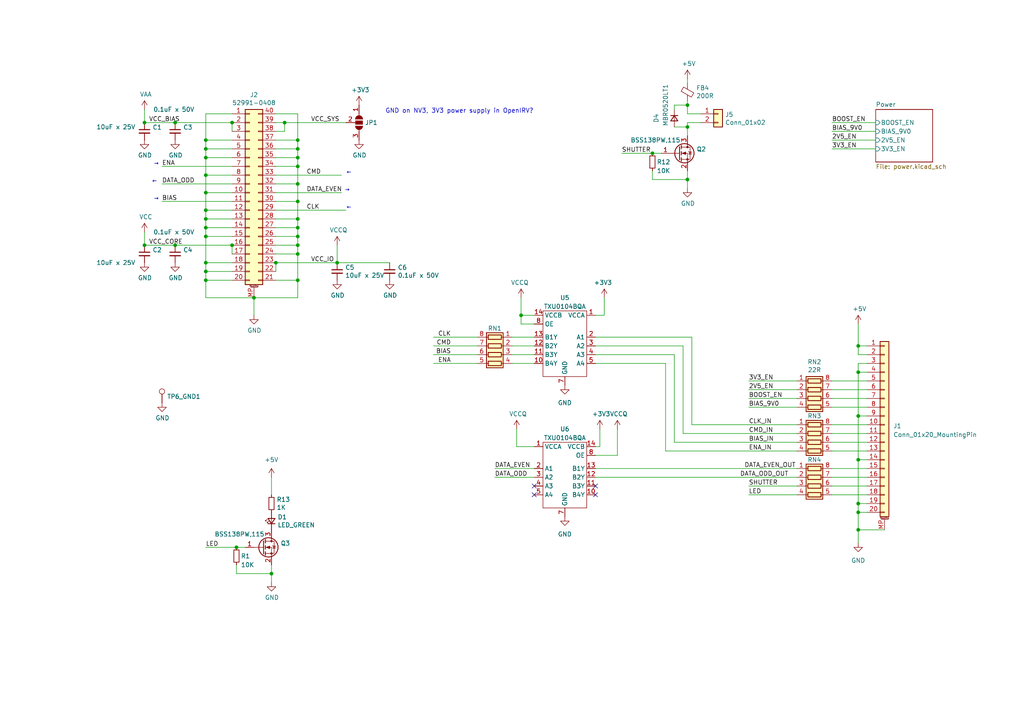
<source format=kicad_sch>
(kicad_sch (version 20211123) (generator eeschema)
  (paper "A4")
  (title_block (title "Autoliv NV3 / ISC0901B0 breakout") (date "2021-04-19") (rev "rev2") (company "R. Veips"))
  (lib_symbols
    (symbol "Connector:TestPoint" (pin_numbers hide) (pin_names (offset 0.762) hide)
      (property "Reference" "TP" (at 0 6.858 0))
      (property "Value" "TestPoint" (at 0 5.08 0))
      (symbol "TestPoint_0_1"
        (circle (center 0 3.302) (radius 0.762))
      )
      (symbol "TestPoint_1_1"
        (pin passive line (at 0 0 90) (length 2.54) (name "1") (number "1"))
      )
    )
    (symbol "Connector_Generic:Conn_01x02" (pin_names (offset 1.016) hide)
      (property "Reference" "J" (at 0 2.54 0))
      (property "Value" "Conn_01x02" (at 0 -5.08 0))
      (symbol "Conn_01x02_1_1"
        (rectangle (start -1.27 -2.413) (end 0 -2.667) (stroke (width 0.1524)))
        (rectangle (start -1.27 0.127) (end 0 -0.127) (stroke (width 0.1524)))
        (rectangle (start -1.27 1.27) (end 1.27 -3.81) (stroke (width 0.254)) (fill (type background)))
        (pin passive line (at -5.08 0 0) (length 3.81) (name "Pin_1") (number "1"))
        (pin passive line (at -5.08 -2.54 0) (length 3.81) (name "Pin_2") (number "2"))
      )
    )
    (symbol "Connector_Generic_MountingPin:Conn_01x20_MountingPin" (pin_names (offset 1.016) hide)
      (property "Reference" "J" (at 0 25.4 0))
      (property "Value" "Conn_01x20_MountingPin" (at 1.27 -27.94 0))
      (symbol "Conn_01x20_MountingPin_1_1"
        (rectangle (start -1.27 -25.273) (end 0 -25.527) (stroke (width 0.1524)))
        (rectangle (start -1.27 -22.733) (end 0 -22.987) (stroke (width 0.1524)))
        (rectangle (start -1.27 -20.193) (end 0 -20.447) (stroke (width 0.1524)))
        (rectangle (start -1.27 -17.653) (end 0 -17.907) (stroke (width 0.1524)))
        (rectangle (start -1.27 -15.113) (end 0 -15.367) (stroke (width 0.1524)))
        (rectangle (start -1.27 -12.573) (end 0 -12.827) (stroke (width 0.1524)))
        (rectangle (start -1.27 -10.033) (end 0 -10.287) (stroke (width 0.1524)))
        (rectangle (start -1.27 -7.493) (end 0 -7.747) (stroke (width 0.1524)))
        (rectangle (start -1.27 -4.953) (end 0 -5.207) (stroke (width 0.1524)))
        (rectangle (start -1.27 -2.413) (end 0 -2.667) (stroke (width 0.1524)))
        (rectangle (start -1.27 0.127) (end 0 -0.127) (stroke (width 0.1524)))
        (rectangle (start -1.27 2.667) (end 0 2.413) (stroke (width 0.1524)))
        (rectangle (start -1.27 5.207) (end 0 4.953) (stroke (width 0.1524)))
        (rectangle (start -1.27 7.747) (end 0 7.493) (stroke (width 0.1524)))
        (rectangle (start -1.27 10.287) (end 0 10.033) (stroke (width 0.1524)))
        (rectangle (start -1.27 12.827) (end 0 12.573) (stroke (width 0.1524)))
        (rectangle (start -1.27 15.367) (end 0 15.113) (stroke (width 0.1524)))
        (rectangle (start -1.27 17.907) (end 0 17.653) (stroke (width 0.1524)))
        (rectangle (start -1.27 20.447) (end 0 20.193) (stroke (width 0.1524)))
        (rectangle (start -1.27 22.987) (end 0 22.733) (stroke (width 0.1524)))
        (rectangle (start -1.27 24.13) (end 1.27 -26.67) (stroke (width 0.254)) (fill (type background)))
        (polyline (pts (xy -1.016 -27.432) (xy 1.016 -27.432)) (stroke (width 0.1524)))
        (text "Mounting" (at 0 -27.051 0) (effects (font (size 0.381 0.381))))
        (pin passive line (at -5.08 22.86 0) (length 3.81) (name "Pin_1") (number "1"))
        (pin passive line (at -5.08 0 0) (length 3.81) (name "Pin_10") (number "10"))
        (pin passive line (at -5.08 -2.54 0) (length 3.81) (name "Pin_11") (number "11"))
        (pin passive line (at -5.08 -5.08 0) (length 3.81) (name "Pin_12") (number "12"))
        (pin passive line (at -5.08 -7.62 0) (length 3.81) (name "Pin_13") (number "13"))
        (pin passive line (at -5.08 -10.16 0) (length 3.81) (name "Pin_14") (number "14"))
        (pin passive line (at -5.08 -12.7 0) (length 3.81) (name "Pin_15") (number "15"))
        (pin passive line (at -5.08 -15.24 0) (length 3.81) (name "Pin_16") (number "16"))
        (pin passive line (at -5.08 -17.78 0) (length 3.81) (name "Pin_17") (number "17"))
        (pin passive line (at -5.08 -20.32 0) (length 3.81) (name "Pin_18") (number "18"))
        (pin passive line (at -5.08 -22.86 0) (length 3.81) (name "Pin_19") (number "19"))
        (pin passive line (at -5.08 20.32 0) (length 3.81) (name "Pin_2") (number "2"))
        (pin passive line (at -5.08 -25.4 0) (length 3.81) (name "Pin_20") (number "20"))
        (pin passive line (at -5.08 17.78 0) (length 3.81) (name "Pin_3") (number "3"))
        (pin passive line (at -5.08 15.24 0) (length 3.81) (name "Pin_4") (number "4"))
        (pin passive line (at -5.08 12.7 0) (length 3.81) (name "Pin_5") (number "5"))
        (pin passive line (at -5.08 10.16 0) (length 3.81) (name "Pin_6") (number "6"))
        (pin passive line (at -5.08 7.62 0) (length 3.81) (name "Pin_7") (number "7"))
        (pin passive line (at -5.08 5.08 0) (length 3.81) (name "Pin_8") (number "8"))
        (pin passive line (at -5.08 2.54 0) (length 3.81) (name "Pin_9") (number "9"))
        (pin passive line (at 0 -30.48 90) (length 3.048) (name "MountPin") (number "MP"))
      )
    )
    (symbol "Connector_Generic_MountingPin:Conn_02x20_Counter_Clockwise_MountingPin" (pin_names (offset 1.016) hide)
      (property "Reference" "J" (at 1.27 25.4 0))
      (property "Value" "Conn_02x20_Counter_Clockwise_MountingPin" (at 2.54 -27.94 0))
      (symbol "Conn_02x20_Counter_Clockwise_MountingPin_1_1"
        (rectangle (start -1.27 -25.273) (end 0 -25.527) (stroke (width 0.1524)))
        (rectangle (start -1.27 -22.733) (end 0 -22.987) (stroke (width 0.1524)))
        (rectangle (start -1.27 -20.193) (end 0 -20.447) (stroke (width 0.1524)))
        (rectangle (start -1.27 -17.653) (end 0 -17.907) (stroke (width 0.1524)))
        (rectangle (start -1.27 -15.113) (end 0 -15.367) (stroke (width 0.1524)))
        (rectangle (start -1.27 -12.573) (end 0 -12.827) (stroke (width 0.1524)))
        (rectangle (start -1.27 -10.033) (end 0 -10.287) (stroke (width 0.1524)))
        (rectangle (start -1.27 -7.493) (end 0 -7.747) (stroke (width 0.1524)))
        (rectangle (start -1.27 -4.953) (end 0 -5.207) (stroke (width 0.1524)))
        (rectangle (start -1.27 -2.413) (end 0 -2.667) (stroke (width 0.1524)))
        (rectangle (start -1.27 0.127) (end 0 -0.127) (stroke (width 0.1524)))
        (rectangle (start -1.27 2.667) (end 0 2.413) (stroke (width 0.1524)))
        (rectangle (start -1.27 5.207) (end 0 4.953) (stroke (width 0.1524)))
        (rectangle (start -1.27 7.747) (end 0 7.493) (stroke (width 0.1524)))
        (rectangle (start -1.27 10.287) (end 0 10.033) (stroke (width 0.1524)))
        (rectangle (start -1.27 12.827) (end 0 12.573) (stroke (width 0.1524)))
        (rectangle (start -1.27 15.367) (end 0 15.113) (stroke (width 0.1524)))
        (rectangle (start -1.27 17.907) (end 0 17.653) (stroke (width 0.1524)))
        (rectangle (start -1.27 20.447) (end 0 20.193) (stroke (width 0.1524)))
        (rectangle (start -1.27 22.987) (end 0 22.733) (stroke (width 0.1524)))
        (rectangle (start -1.27 24.13) (end 3.81 -26.67) (stroke (width 0.254)) (fill (type background)))
        (polyline (pts (xy 0.254 -27.432) (xy 2.286 -27.432)) (stroke (width 0.1524)))
        (rectangle (start 3.81 -25.273) (end 2.54 -25.527) (stroke (width 0.1524)))
        (rectangle (start 3.81 -22.733) (end 2.54 -22.987) (stroke (width 0.1524)))
        (rectangle (start 3.81 -20.193) (end 2.54 -20.447) (stroke (width 0.1524)))
        (rectangle (start 3.81 -17.653) (end 2.54 -17.907) (stroke (width 0.1524)))
        (rectangle (start 3.81 -15.113) (end 2.54 -15.367) (stroke (width 0.1524)))
        (rectangle (start 3.81 -12.573) (end 2.54 -12.827) (stroke (width 0.1524)))
        (rectangle (start 3.81 -10.033) (end 2.54 -10.287) (stroke (width 0.1524)))
        (rectangle (start 3.81 -7.493) (end 2.54 -7.747) (stroke (width 0.1524)))
        (rectangle (start 3.81 -4.953) (end 2.54 -5.207) (stroke (width 0.1524)))
        (rectangle (start 3.81 -2.413) (end 2.54 -2.667) (stroke (width 0.1524)))
        (rectangle (start 3.81 0.127) (end 2.54 -0.127) (stroke (width 0.1524)))
        (rectangle (start 3.81 2.667) (end 2.54 2.413) (stroke (width 0.1524)))
        (rectangle (start 3.81 5.207) (end 2.54 4.953) (stroke (width 0.1524)))
        (rectangle (start 3.81 7.747) (end 2.54 7.493) (stroke (width 0.1524)))
        (rectangle (start 3.81 10.287) (end 2.54 10.033) (stroke (width 0.1524)))
        (rectangle (start 3.81 12.827) (end 2.54 12.573) (stroke (width 0.1524)))
        (rectangle (start 3.81 15.367) (end 2.54 15.113) (stroke (width 0.1524)))
        (rectangle (start 3.81 17.907) (end 2.54 17.653) (stroke (width 0.1524)))
        (rectangle (start 3.81 20.447) (end 2.54 20.193) (stroke (width 0.1524)))
        (rectangle (start 3.81 22.987) (end 2.54 22.733) (stroke (width 0.1524)))
        (text "Mounting" (at 1.27 -27.051 0) (effects (font (size 0.381 0.381))))
        (pin passive line (at -5.08 22.86 0) (length 3.81) (name "Pin_1") (number "1"))
        (pin passive line (at -5.08 0 0) (length 3.81) (name "Pin_10") (number "10"))
        (pin passive line (at -5.08 -2.54 0) (length 3.81) (name "Pin_11") (number "11"))
        (pin passive line (at -5.08 -5.08 0) (length 3.81) (name "Pin_12") (number "12"))
        (pin passive line (at -5.08 -7.62 0) (length 3.81) (name "Pin_13") (number "13"))
        (pin passive line (at -5.08 -10.16 0) (length 3.81) (name "Pin_14") (number "14"))
        (pin passive line (at -5.08 -12.7 0) (length 3.81) (name "Pin_15") (number "15"))
        (pin passive line (at -5.08 -15.24 0) (length 3.81) (name "Pin_16") (number "16"))
        (pin passive line (at -5.08 -17.78 0) (length 3.81) (name "Pin_17") (number "17"))
        (pin passive line (at -5.08 -20.32 0) (length 3.81) (name "Pin_18") (number "18"))
        (pin passive line (at -5.08 -22.86 0) (length 3.81) (name "Pin_19") (number "19"))
        (pin passive line (at -5.08 20.32 0) (length 3.81) (name "Pin_2") (number "2"))
        (pin passive line (at -5.08 -25.4 0) (length 3.81) (name "Pin_20") (number "20"))
        (pin passive line (at 7.62 -25.4 180) (length 3.81) (name "Pin_21") (number "21"))
        (pin passive line (at 7.62 -22.86 180) (length 3.81) (name "Pin_22") (number "22"))
        (pin passive line (at 7.62 -20.32 180) (length 3.81) (name "Pin_23") (number "23"))
        (pin passive line (at 7.62 -17.78 180) (length 3.81) (name "Pin_24") (number "24"))
        (pin passive line (at 7.62 -15.24 180) (length 3.81) (name "Pin_25") (number "25"))
        (pin passive line (at 7.62 -12.7 180) (length 3.81) (name "Pin_26") (number "26"))
        (pin passive line (at 7.62 -10.16 180) (length 3.81) (name "Pin_27") (number "27"))
        (pin passive line (at 7.62 -7.62 180) (length 3.81) (name "Pin_28") (number "28"))
        (pin passive line (at 7.62 -5.08 180) (length 3.81) (name "Pin_29") (number "29"))
        (pin passive line (at -5.08 17.78 0) (length 3.81) (name "Pin_3") (number "3"))
        (pin passive line (at 7.62 -2.54 180) (length 3.81) (name "Pin_30") (number "30"))
        (pin passive line (at 7.62 0 180) (length 3.81) (name "Pin_31") (number "31"))
        (pin passive line (at 7.62 2.54 180) (length 3.81) (name "Pin_32") (number "32"))
        (pin passive line (at 7.62 5.08 180) (length 3.81) (name "Pin_33") (number "33"))
        (pin passive line (at 7.62 7.62 180) (length 3.81) (name "Pin_34") (number "34"))
        (pin passive line (at 7.62 10.16 180) (length 3.81) (name "Pin_35") (number "35"))
        (pin passive line (at 7.62 12.7 180) (length 3.81) (name "Pin_36") (number "36"))
        (pin passive line (at 7.62 15.24 180) (length 3.81) (name "Pin_37") (number "37"))
        (pin passive line (at 7.62 17.78 180) (length 3.81) (name "Pin_38") (number "38"))
        (pin passive line (at 7.62 20.32 180) (length 3.81) (name "Pin_39") (number "39"))
        (pin passive line (at -5.08 15.24 0) (length 3.81) (name "Pin_4") (number "4"))
        (pin passive line (at 7.62 22.86 180) (length 3.81) (name "Pin_40") (number "40"))
        (pin passive line (at -5.08 12.7 0) (length 3.81) (name "Pin_5") (number "5"))
        (pin passive line (at -5.08 10.16 0) (length 3.81) (name "Pin_6") (number "6"))
        (pin passive line (at -5.08 7.62 0) (length 3.81) (name "Pin_7") (number "7"))
        (pin passive line (at -5.08 5.08 0) (length 3.81) (name "Pin_8") (number "8"))
        (pin passive line (at -5.08 2.54 0) (length 3.81) (name "Pin_9") (number "9"))
        (pin passive line (at 1.27 -30.48 90) (length 3.048) (name "MountPin") (number "MP"))
      )
    )
    (symbol "Device:C_Small" (pin_numbers hide) (pin_names (offset 0.254) hide)
      (property "Reference" "C" (at 0.254 1.778 0))
      (property "Value" "C_Small" (at 0.254 -2.032 0))
      (symbol "C_Small_0_1"
        (polyline (pts (xy -1.524 -0.508) (xy 1.524 -0.508)) (stroke (width 0.3302)))
        (polyline (pts (xy -1.524 0.508) (xy 1.524 0.508)) (stroke (width 0.3048)))
      )
      (symbol "C_Small_1_1"
        (pin passive line (at 0 2.54 270) (length 2.032) (name "~") (number "1"))
        (pin passive line (at 0 -2.54 90) (length 2.032) (name "~") (number "2"))
      )
    )
    (symbol "Device:D_Small" (pin_numbers hide) (pin_names (offset 0.254) hide)
      (property "Reference" "D" (at -1.27 2.032 0))
      (property "Value" "D_Small" (at -3.81 -2.032 0))
      (symbol "D_Small_0_1"
        (polyline (pts (xy -0.762 -1.016) (xy -0.762 1.016)) (stroke (width 0.254)))
        (polyline (pts (xy -0.762 0) (xy 0.762 0)))
        (polyline (pts (xy 0.762 -1.016) (xy -0.762 0) (xy 0.762 1.016) (xy 0.762 -1.016)) (stroke (width 0.254)))
      )
      (symbol "D_Small_1_1"
        (pin passive line (at -2.54 0 0) (length 1.778) (name "K") (number "1"))
        (pin passive line (at 2.54 0 180) (length 1.778) (name "A") (number "2"))
      )
    )
    (symbol "Device:Ferrite_Bead_Small" (pin_numbers hide) (pin_names (offset 0))
      (property "Reference" "FB" (at 1.905 1.27 0))
      (property "Value" "Device_Ferrite_Bead_Small" (at 1.905 -1.27 0))
      (symbol "Ferrite_Bead_Small_0_1"
        (polyline (pts (xy 0 -1.27) (xy 0 -0.7874)))
        (polyline (pts (xy 0 0.889) (xy 0 1.2954)))
        (polyline (pts (xy -1.8288 0.2794) (xy -1.1176 1.4986) (xy 1.8288 -0.2032) (xy 1.1176 -1.4224) (xy -1.8288 0.2794)))
      )
      (symbol "Ferrite_Bead_Small_1_1"
        (pin passive line (at 0 2.54 270) (length 1.27) (name "~") (number "1"))
        (pin passive line (at 0 -2.54 90) (length 1.27) (name "~") (number "2"))
      )
    )
    (symbol "Device:LED_Small" (pin_numbers hide) (pin_names (offset 0.254) hide)
      (property "Reference" "D" (at -1.27 3.175 0))
      (property "Value" "LED_Small" (at -4.445 -2.54 0))
      (symbol "LED_Small_0_1"
        (polyline (pts (xy -0.762 -1.016) (xy -0.762 1.016)) (stroke (width 0.254)))
        (polyline (pts (xy 1.016 0) (xy -0.762 0)))
        (polyline (pts (xy 0.762 -1.016) (xy -0.762 0) (xy 0.762 1.016) (xy 0.762 -1.016)) (stroke (width 0.254)))
        (polyline (pts (xy 0 0.762) (xy -0.508 1.27) (xy -0.254 1.27) (xy -0.508 1.27) (xy -0.508 1.016)))
        (polyline (pts (xy 0.508 1.27) (xy 0 1.778) (xy 0.254 1.778) (xy 0 1.778) (xy 0 1.524)))
      )
      (symbol "LED_Small_1_1"
        (pin passive line (at -2.54 0 0) (length 1.778) (name "K") (number "1"))
        (pin passive line (at 2.54 0 180) (length 1.778) (name "A") (number "2"))
      )
    )
    (symbol "Device:Q_NMOS_GSD" (pin_names (offset 0) hide)
      (property "Reference" "Q" (at 5.08 1.27 0))
      (property "Value" "Q_NMOS_GSD" (at 5.08 -1.27 0))
      (symbol "Q_NMOS_GSD_0_1"
        (polyline (pts (xy 0.254 0) (xy -2.54 0)))
        (polyline (pts (xy 0.254 1.905) (xy 0.254 -1.905)) (stroke (width 0.254)))
        (polyline (pts (xy 0.762 -1.27) (xy 0.762 -2.286)) (stroke (width 0.254)))
        (polyline (pts (xy 0.762 0.508) (xy 0.762 -0.508)) (stroke (width 0.254)))
        (polyline (pts (xy 0.762 2.286) (xy 0.762 1.27)) (stroke (width 0.254)))
        (polyline (pts (xy 2.54 2.54) (xy 2.54 1.778)))
        (polyline (pts (xy 2.54 -2.54) (xy 2.54 0) (xy 0.762 0)))
        (polyline (pts (xy 0.762 -1.778) (xy 3.302 -1.778) (xy 3.302 1.778) (xy 0.762 1.778)))
        (polyline (pts (xy 1.016 0) (xy 2.032 0.381) (xy 2.032 -0.381) (xy 1.016 0)) (fill (type outline)))
        (polyline (pts (xy 2.794 0.508) (xy 2.921 0.381) (xy 3.683 0.381) (xy 3.81 0.254)))
        (polyline (pts (xy 3.302 0.381) (xy 2.921 -0.254) (xy 3.683 -0.254) (xy 3.302 0.381)))
        (circle (center 1.651 0) (radius 2.794) (stroke (width 0.254)))
        (circle (center 2.54 -1.778) (radius 0.254) (fill (type outline)))
        (circle (center 2.54 1.778) (radius 0.254) (fill (type outline)))
      )
      (symbol "Q_NMOS_GSD_1_1"
        (pin input line (at -5.08 0 0) (length 2.54) (name "G") (number "1"))
        (pin passive line (at 2.54 -5.08 90) (length 2.54) (name "S") (number "2"))
        (pin passive line (at 2.54 5.08 270) (length 2.54) (name "D") (number "3"))
      )
    )
    (symbol "Device:R_Pack04" (pin_names (offset 0) hide)
      (property "Reference" "RN" (at -7.62 0 90))
      (property "Value" "R_Pack04" (at 5.08 0 90))
      (symbol "R_Pack04_0_1"
        (rectangle (start -6.35 -2.413) (end 3.81 2.413) (stroke (width 0.254)) (fill (type background)))
        (rectangle (start -5.715 1.905) (end -4.445 -1.905) (stroke (width 0.254)))
        (rectangle (start -3.175 1.905) (end -1.905 -1.905) (stroke (width 0.254)))
        (rectangle (start -0.635 1.905) (end 0.635 -1.905) (stroke (width 0.254)))
        (polyline (pts (xy -5.08 -2.54) (xy -5.08 -1.905)))
        (polyline (pts (xy -5.08 1.905) (xy -5.08 2.54)))
        (polyline (pts (xy -2.54 -2.54) (xy -2.54 -1.905)))
        (polyline (pts (xy -2.54 1.905) (xy -2.54 2.54)))
        (polyline (pts (xy 0 -2.54) (xy 0 -1.905)))
        (polyline (pts (xy 0 1.905) (xy 0 2.54)))
        (polyline (pts (xy 2.54 -2.54) (xy 2.54 -1.905)))
        (polyline (pts (xy 2.54 1.905) (xy 2.54 2.54)))
        (rectangle (start 1.905 1.905) (end 3.175 -1.905) (stroke (width 0.254)))
      )
      (symbol "R_Pack04_1_1"
        (pin passive line (at -5.08 -5.08 90) (length 2.54) (name "R1.1") (number "1"))
        (pin passive line (at -2.54 -5.08 90) (length 2.54) (name "R2.1") (number "2"))
        (pin passive line (at 0 -5.08 90) (length 2.54) (name "R3.1") (number "3"))
        (pin passive line (at 2.54 -5.08 90) (length 2.54) (name "R4.1") (number "4"))
        (pin passive line (at 2.54 5.08 270) (length 2.54) (name "R4.2") (number "5"))
        (pin passive line (at 0 5.08 270) (length 2.54) (name "R3.2") (number "6"))
        (pin passive line (at -2.54 5.08 270) (length 2.54) (name "R2.2") (number "7"))
        (pin passive line (at -5.08 5.08 270) (length 2.54) (name "R1.2") (number "8"))
      )
    )
    (symbol "Device:R_Small" (pin_numbers hide) (pin_names (offset 0.254) hide)
      (property "Reference" "R" (at 0.762 0.508 0))
      (property "Value" "R_Small" (at 0.762 -1.016 0))
      (symbol "R_Small_0_1"
        (rectangle (start -0.762 1.778) (end 0.762 -1.778) (stroke (width 0.2032)))
      )
      (symbol "R_Small_1_1"
        (pin passive line (at 0 2.54 270) (length 0.762) (name "~") (number "1"))
        (pin passive line (at 0 -2.54 90) (length 0.762) (name "~") (number "2"))
      )
    )
    (symbol "Jumper:SolderJumper_3_Open" (pin_names (offset 0) hide)
      (property "Reference" "JP" (at -2.54 -2.54 0))
      (property "Value" "SolderJumper_3_Open" (at 0 2.794 0))
      (symbol "SolderJumper_3_Open_0_1"
        (arc (start -1.016 1.016) (mid -2.032 0) (end -1.016 -1.016))
        (arc (start -1.016 1.016) (mid -2.032 0) (end -1.016 -1.016) (fill (type outline)))
        (rectangle (start -0.508 1.016) (end 0.508 -1.016) (fill (type outline)))
        (polyline (pts (xy -2.54 0) (xy -2.032 0)))
        (polyline (pts (xy -1.016 1.016) (xy -1.016 -1.016)))
        (polyline (pts (xy 0 -1.27) (xy 0 -1.016)))
        (polyline (pts (xy 1.016 1.016) (xy 1.016 -1.016)))
        (polyline (pts (xy 2.54 0) (xy 2.032 0)))
        (arc (start 1.016 -1.016) (mid 2.032 0) (end 1.016 1.016))
        (arc (start 1.016 -1.016) (mid 2.032 0) (end 1.016 1.016) (fill (type outline)))
      )
      (symbol "SolderJumper_3_Open_1_1"
        (pin passive line (at -5.08 0 0) (length 2.54) (name "A") (number "1"))
        (pin input line (at 0 -3.81 90) (length 2.54) (name "C") (number "2"))
        (pin passive line (at 5.08 0 180) (length 2.54) (name "B") (number "3"))
      )
    )
    (symbol "power:+3V3" (power) (pin_names (offset 0))
      (property "Value" "+3V3" (at 0 3.556 0))
      (symbol "+3V3_0_1"
        (polyline (pts (xy -0.762 1.27) (xy 0 2.54)))
        (polyline (pts (xy 0 0) (xy 0 2.54)))
        (polyline (pts (xy 0 2.54) (xy 0.762 1.27)))
      )
      (symbol "+3V3_1_1"
        (pin power_in line (at 0 0 90) (length 0) hide (name "+3V3") (number "1"))
      )
    )
    (symbol "power:+5V" (power) (pin_names (offset 0))
      (property "Value" "+5V" (at 0 3.556 0))
      (symbol "+5V_0_1"
        (polyline (pts (xy -0.762 1.27) (xy 0 2.54)))
        (polyline (pts (xy 0 0) (xy 0 2.54)))
        (polyline (pts (xy 0 2.54) (xy 0.762 1.27)))
      )
      (symbol "+5V_1_1"
        (pin power_in line (at 0 0 90) (length 0) hide (name "+5V") (number "1"))
      )
    )
    (symbol "power:GND" (power) (pin_names (offset 0))
      (property "Value" "GND" (at 0 -3.81 0))
      (symbol "GND_0_1"
        (polyline (pts (xy 0 0) (xy 0 -1.27) (xy 1.27 -1.27) (xy 0 -2.54) (xy -1.27 -1.27) (xy 0 -1.27)))
      )
      (symbol "GND_1_1"
        (pin power_in line (at 0 0 270) (length 0) hide (name "GND") (number "1"))
      )
    )
    (symbol "power:VAA" (power) (pin_names (offset 0))
      (property "Value" "VAA" (at 0 3.81 0))
      (symbol "VAA_0_1"
        (polyline (pts (xy -0.762 1.27) (xy 0 2.54)))
        (polyline (pts (xy 0 0) (xy 0 2.54)))
        (polyline (pts (xy 0 2.54) (xy 0.762 1.27)))
      )
      (symbol "VAA_1_1"
        (pin power_in line (at 0 0 90) (length 0) hide (name "VAA") (number "1"))
      )
    )
    (symbol "power:VCC" (power) (pin_names (offset 0))
      (property "Value" "VCC" (at 0 3.81 0))
      (symbol "VCC_0_1"
        (polyline (pts (xy -0.762 1.27) (xy 0 2.54)))
        (polyline (pts (xy 0 0) (xy 0 2.54)))
        (polyline (pts (xy 0 2.54) (xy 0.762 1.27)))
      )
      (symbol "VCC_1_1"
        (pin power_in line (at 0 0 90) (length 0) hide (name "VCC") (number "1"))
      )
    )
    (symbol "power:VCCQ" (power) (pin_names (offset 0))
      (property "Value" "VCCQ" (at 0 3.81 0))
      (symbol "VCCQ_0_1"
        (polyline (pts (xy -0.762 1.27) (xy 0 2.54)))
        (polyline (pts (xy 0 0) (xy 0 2.54)))
        (polyline (pts (xy 0 2.54) (xy 0.762 1.27)))
      )
      (symbol "VCCQ_1_1"
        (pin power_in line (at 0 0 90) (length 0) hide (name "VCCQ") (number "1"))
      )
    )
    (symbol "txu0104:TXU0104BQA"
      (property "Reference" "U" (at 0 11.43 0))
      (property "Value" "TXU0104BQA" (at 0 8.89 0))
      (property "MPN" "TXU0104BQAR" (at 0 0 0))
      (property "Manufacturer" "TI" (at 0 0 0))
      (symbol "TXU0104BQA_0_1"
        (rectangle (start -6.35 7.62) (end 6.35 -11.43))
      )
      (symbol "TXU0104BQA_1_1"
        (pin power_in line (at -8.89 6.35 0) (length 2.54) (name "VCCA") (number "1"))
        (pin output line (at 8.89 -7.62 180) (length 2.54) (name "B4Y") (number "10"))
        (pin output line (at 8.89 -5.08 180) (length 2.54) (name "B3Y") (number "11"))
        (pin output line (at 8.89 -2.54 180) (length 2.54) (name "B2Y") (number "12"))
        (pin output line (at 8.89 0 180) (length 2.54) (name "B1Y") (number "13"))
        (pin power_in line (at 8.89 6.35 180) (length 2.54) (name "VCCB") (number "14"))
        (pin input line (at -8.89 0 0) (length 2.54) (name "A1") (number "2"))
        (pin input line (at -8.89 -2.54 0) (length 2.54) (name "A2") (number "3"))
        (pin input line (at -8.89 -5.08 0) (length 2.54) (name "A3") (number "4"))
        (pin input line (at -8.89 -7.62 0) (length 2.54) (name "A4") (number "5"))
        (pin power_in line (at 0 -13.97 90) (length 2.54) (name "GND") (number "7"))
        (pin input line (at 8.89 3.81 180) (length 2.54) (name "OE") (number "8"))
      )
    )
  )
  (junction (at 59.69 78.74))
  (junction (at 248.92 153.67))
  (junction (at 199.39 52.07))
  (junction (at 59.69 66.04))
  (junction (at 86.36 66.04))
  (junction (at 82.55 35.56))
  (junction (at 248.92 148.59))
  (junction (at 248.92 146.05))
  (junction (at 86.36 58.42))
  (junction (at 59.69 40.64))
  (junction (at 86.36 68.58))
  (junction (at 151.13 91.44))
  (junction (at 86.36 63.5))
  (junction (at 86.36 73.66))
  (junction (at 248.92 133.35))
  (junction (at 248.92 100.33))
  (junction (at 67.31 35.56))
  (junction (at 59.69 43.18))
  (junction (at 59.69 76.2))
  (junction (at 67.31 71.12))
  (junction (at 41.91 71.12))
  (junction (at 86.36 40.64))
  (junction (at 59.69 45.72))
  (junction (at 59.69 81.28))
  (junction (at 59.69 60.96))
  (junction (at 78.74 166.37))
  (junction (at 97.79 76.2))
  (junction (at 59.69 50.8))
  (junction (at 59.69 68.58))
  (junction (at 248.92 107.95))
  (junction (at 50.8 35.56))
  (junction (at 86.36 43.18))
  (junction (at 59.69 55.88))
  (junction (at 86.36 48.26))
  (junction (at 199.39 30.48))
  (junction (at 189.23 44.45))
  (junction (at 86.36 71.12))
  (junction (at 41.91 35.56))
  (junction (at 59.69 63.5))
  (junction (at 73.66 86.36))
  (junction (at 86.36 45.72))
  (junction (at 86.36 81.28))
  (junction (at 50.8 71.12))
  (junction (at 68.58 158.75))
  (junction (at 80.01 76.2))
  (junction (at 248.92 120.65))
  (junction (at 199.39 36.83))
  (junction (at 86.36 53.34))
  (no_connect (at 154.94 143.51))
  (no_connect (at 154.94 140.97))
  (no_connect (at 172.72 143.51))
  (no_connect (at 172.72 140.97))
  (wire (pts (xy 191.77 44.45) (xy 189.23 44.45)))
  (wire (pts (xy 80.01 50.8) (xy 99.06 50.8)))
  (wire (pts (xy 78.74 166.37) (xy 78.74 168.91)))
  (wire (pts (xy 82.55 38.1) (xy 82.55 35.56)))
  (wire (pts (xy 241.3 123.19) (xy 251.46 123.19)))
  (wire (pts (xy 172.72 97.79) (xy 200.66 97.79)))
  (wire (pts (xy 67.31 63.5) (xy 59.69 63.5)))
  (wire (pts (xy 80.01 81.28) (xy 86.36 81.28)))
  (wire (pts (xy 59.69 43.18) (xy 67.31 43.18)))
  (wire (pts (xy 68.58 158.75) (xy 59.69 158.75)))
  (wire (pts (xy 172.72 129.54) (xy 173.99 129.54)))
  (wire (pts (xy 59.69 43.18) (xy 59.69 45.72)))
  (wire (pts (xy 80.01 48.26) (xy 86.36 48.26)))
  (wire (pts (xy 80.01 43.18) (xy 86.36 43.18)))
  (wire (pts (xy 199.39 49.53) (xy 199.39 52.07)))
  (wire (pts (xy 86.36 73.66) (xy 86.36 81.28)))
  (wire (pts (xy 248.92 148.59) (xy 251.46 148.59)))
  (wire (pts (xy 59.69 78.74) (xy 59.69 81.28)))
  (wire (pts (xy 217.17 115.57) (xy 231.14 115.57)))
  (wire (pts (xy 86.36 43.18) (xy 86.36 45.72)))
  (wire (pts (xy 241.3 118.11) (xy 251.46 118.11)))
  (wire (pts (xy 199.39 36.83) (xy 199.39 39.37)))
  (wire (pts (xy 149.86 124.46) (xy 149.86 129.54)))
  (wire (pts (xy 241.3 35.56) (xy 254 35.56)))
  (wire (pts (xy 59.69 76.2) (xy 59.69 78.74)))
  (wire (pts (xy 59.69 50.8) (xy 59.69 55.88)))
  (wire (pts (xy 67.31 53.34) (xy 46.99 53.34)))
  (wire (pts (xy 199.39 24.13) (xy 199.39 22.86)))
  (wire (pts (xy 198.12 125.73) (xy 231.14 125.73)))
  (wire (pts (xy 199.39 30.48) (xy 199.39 29.21)))
  (wire (pts (xy 73.66 86.36) (xy 73.66 91.44)))
  (wire (pts (xy 67.31 48.26) (xy 46.99 48.26)))
  (wire (pts (xy 241.3 38.1) (xy 254 38.1)))
  (wire (pts (xy 217.17 140.97) (xy 231.14 140.97)))
  (wire (pts (xy 195.58 31.75) (xy 195.58 30.48)))
  (wire (pts (xy 154.94 97.79) (xy 148.59 97.79)))
  (wire (pts (xy 251.46 105.41) (xy 248.92 105.41)))
  (wire (pts (xy 86.36 71.12) (xy 86.36 73.66)))
  (wire (pts (xy 59.69 60.96) (xy 59.69 63.5)))
  (wire (pts (xy 80.01 63.5) (xy 86.36 63.5)))
  (wire (pts (xy 248.92 107.95) (xy 251.46 107.95)))
  (wire (pts (xy 248.92 133.35) (xy 248.92 146.05)))
  (wire (pts (xy 41.91 71.12) (xy 50.8 71.12)))
  (wire (pts (xy 86.36 66.04) (xy 86.36 68.58)))
  (wire (pts (xy 172.72 135.89) (xy 231.14 135.89)))
  (wire (pts (xy 80.01 35.56) (xy 82.55 35.56)))
  (wire (pts (xy 241.3 110.49) (xy 251.46 110.49)))
  (wire (pts (xy 80.01 60.96) (xy 100.33 60.96)))
  (wire (pts (xy 179.07 124.46) (xy 179.07 132.08)))
  (wire (pts (xy 80.01 45.72) (xy 86.36 45.72)))
  (wire (pts (xy 67.31 68.58) (xy 59.69 68.58)))
  (wire (pts (xy 248.92 120.65) (xy 248.92 133.35)))
  (wire (pts (xy 175.26 86.36) (xy 175.26 91.44)))
  (wire (pts (xy 80.01 53.34) (xy 86.36 53.34)))
  (wire (pts (xy 78.74 138.43) (xy 78.74 143.51)))
  (wire (pts (xy 59.69 55.88) (xy 59.69 60.96)))
  (wire (pts (xy 241.3 130.81) (xy 251.46 130.81)))
  (wire (pts (xy 80.01 55.88) (xy 99.06 55.88)))
  (wire (pts (xy 41.91 71.12) (xy 41.91 67.31)))
  (wire (pts (xy 59.69 63.5) (xy 59.69 66.04)))
  (wire (pts (xy 241.3 43.18) (xy 254 43.18)))
  (wire (pts (xy 86.36 86.36) (xy 73.66 86.36)))
  (wire (pts (xy 200.66 97.79) (xy 200.66 123.19)))
  (wire (pts (xy 248.92 146.05) (xy 248.92 148.59)))
  (wire (pts (xy 67.31 81.28) (xy 59.69 81.28)))
  (wire (pts (xy 86.36 81.28) (xy 86.36 86.36)))
  (wire (pts (xy 154.94 102.87) (xy 148.59 102.87)))
  (wire (pts (xy 189.23 49.53) (xy 189.23 52.07)))
  (wire (pts (xy 59.69 45.72) (xy 59.69 50.8)))
  (wire (pts (xy 193.04 130.81) (xy 193.04 105.41)))
  (wire (pts (xy 241.3 40.64) (xy 254 40.64)))
  (wire (pts (xy 151.13 93.98) (xy 151.13 91.44)))
  (wire (pts (xy 251.46 100.33) (xy 248.92 100.33)))
  (wire (pts (xy 59.69 40.64) (xy 59.69 43.18)))
  (wire (pts (xy 248.92 148.59) (xy 248.92 153.67)))
  (wire (pts (xy 97.79 76.2) (xy 97.79 71.12)))
  (wire (pts (xy 241.3 128.27) (xy 251.46 128.27)))
  (wire (pts (xy 50.8 71.12) (xy 67.31 71.12)))
  (wire (pts (xy 67.31 50.8) (xy 59.69 50.8)))
  (wire (pts (xy 200.66 123.19) (xy 231.14 123.19)))
  (wire (pts (xy 175.26 91.44) (xy 172.72 91.44)))
  (wire (pts (xy 68.58 166.37) (xy 78.74 166.37)))
  (wire (pts (xy 68.58 163.83) (xy 68.58 166.37)))
  (wire (pts (xy 59.69 66.04) (xy 67.31 66.04)))
  (wire (pts (xy 41.91 35.56) (xy 41.91 31.75)))
  (wire (pts (xy 195.58 36.83) (xy 199.39 36.83)))
  (wire (pts (xy 248.92 120.65) (xy 251.46 120.65)))
  (wire (pts (xy 172.72 102.87) (xy 195.58 102.87)))
  (wire (pts (xy 80.01 73.66) (xy 86.36 73.66)))
  (wire (pts (xy 67.31 60.96) (xy 59.69 60.96)))
  (wire (pts (xy 199.39 35.56) (xy 203.2 35.56)))
  (wire (pts (xy 241.3 135.89) (xy 251.46 135.89)))
  (wire (pts (xy 154.94 100.33) (xy 148.59 100.33)))
  (wire (pts (xy 248.92 153.67) (xy 256.54 153.67)))
  (wire (pts (xy 143.51 138.43) (xy 154.94 138.43)))
  (wire (pts (xy 198.12 125.73) (xy 198.12 100.33)))
  (wire (pts (xy 86.36 58.42) (xy 86.36 63.5)))
  (wire (pts (xy 203.2 33.02) (xy 199.39 33.02)))
  (wire (pts (xy 248.92 105.41) (xy 248.92 107.95)))
  (wire (pts (xy 59.69 33.02) (xy 59.69 40.64)))
  (wire (pts (xy 80.01 78.74) (xy 80.01 76.2)))
  (wire (pts (xy 251.46 102.87) (xy 248.92 102.87)))
  (wire (pts (xy 248.92 102.87) (xy 248.92 100.33)))
  (wire (pts (xy 86.36 48.26) (xy 86.36 53.34)))
  (wire (pts (xy 154.94 129.54) (xy 149.86 129.54)))
  (wire (pts (xy 217.17 143.51) (xy 231.14 143.51)))
  (wire (pts (xy 67.31 76.2) (xy 59.69 76.2)))
  (wire (pts (xy 173.99 124.46) (xy 173.99 129.54)))
  (wire (pts (xy 86.36 33.02) (xy 86.36 40.64)))
  (wire (pts (xy 86.36 53.34) (xy 86.36 58.42)))
  (wire (pts (xy 217.17 118.11) (xy 231.14 118.11)))
  (wire (pts (xy 86.36 45.72) (xy 86.36 48.26)))
  (wire (pts (xy 67.31 40.64) (xy 59.69 40.64)))
  (wire (pts (xy 80.01 68.58) (xy 86.36 68.58)))
  (wire (pts (xy 59.69 86.36) (xy 73.66 86.36)))
  (wire (pts (xy 172.72 138.43) (xy 231.14 138.43)))
  (wire (pts (xy 217.17 113.03) (xy 231.14 113.03)))
  (wire (pts (xy 138.43 102.87) (xy 125.73 102.87)))
  (wire (pts (xy 86.36 68.58) (xy 86.36 71.12)))
  (wire (pts (xy 138.43 100.33) (xy 125.73 100.33)))
  (wire (pts (xy 154.94 91.44) (xy 151.13 91.44)))
  (wire (pts (xy 67.31 45.72) (xy 59.69 45.72)))
  (wire (pts (xy 41.91 35.56) (xy 50.8 35.56)))
  (wire (pts (xy 248.92 93.98) (xy 248.92 100.33)))
  (wire (pts (xy 193.04 105.41) (xy 172.72 105.41)))
  (wire (pts (xy 67.31 78.74) (xy 59.69 78.74)))
  (wire (pts (xy 199.39 35.56) (xy 199.39 36.83)))
  (wire (pts (xy 241.3 125.73) (xy 251.46 125.73)))
  (wire (pts (xy 80.01 58.42) (xy 86.36 58.42)))
  (wire (pts (xy 248.92 133.35) (xy 251.46 133.35)))
  (wire (pts (xy 80.01 66.04) (xy 86.36 66.04)))
  (wire (pts (xy 67.31 73.66) (xy 67.31 71.12)))
  (wire (pts (xy 67.31 38.1) (xy 67.31 35.56)))
  (wire (pts (xy 59.69 68.58) (xy 59.69 76.2)))
  (wire (pts (xy 67.31 58.42) (xy 46.99 58.42)))
  (wire (pts (xy 241.3 140.97) (xy 251.46 140.97)))
  (wire (pts (xy 189.23 44.45) (xy 180.34 44.45)))
  (wire (pts (xy 138.43 97.79) (xy 125.73 97.79)))
  (wire (pts (xy 59.69 66.04) (xy 59.69 68.58)))
  (wire (pts (xy 67.31 33.02) (xy 59.69 33.02)))
  (wire (pts (xy 86.36 63.5) (xy 86.36 66.04)))
  (wire (pts (xy 67.31 55.88) (xy 59.69 55.88)))
  (wire (pts (xy 78.74 163.83) (xy 78.74 166.37)))
  (wire (pts (xy 248.92 107.95) (xy 248.92 120.65)))
  (wire (pts (xy 189.23 52.07) (xy 199.39 52.07)))
  (wire (pts (xy 59.69 81.28) (xy 59.69 86.36)))
  (wire (pts (xy 248.92 153.67) (xy 248.92 157.48)))
  (wire (pts (xy 199.39 33.02) (xy 199.39 30.48)))
  (wire (pts (xy 248.92 146.05) (xy 251.46 146.05)))
  (wire (pts (xy 80.01 76.2) (xy 97.79 76.2)))
  (wire (pts (xy 82.55 35.56) (xy 100.33 35.56)))
  (wire (pts (xy 80.01 40.64) (xy 86.36 40.64)))
  (wire (pts (xy 80.01 33.02) (xy 86.36 33.02)))
  (wire (pts (xy 154.94 93.98) (xy 151.13 93.98)))
  (wire (pts (xy 154.94 105.41) (xy 148.59 105.41)))
  (wire (pts (xy 241.3 113.03) (xy 251.46 113.03)))
  (wire (pts (xy 241.3 115.57) (xy 251.46 115.57)))
  (wire (pts (xy 217.17 110.49) (xy 231.14 110.49)))
  (wire (pts (xy 193.04 130.81) (xy 231.14 130.81)))
  (wire (pts (xy 195.58 128.27) (xy 231.14 128.27)))
  (wire (pts (xy 172.72 132.08) (xy 179.07 132.08)))
  (wire (pts (xy 86.36 40.64) (xy 86.36 43.18)))
  (wire (pts (xy 195.58 102.87) (xy 195.58 128.27)))
  (wire (pts (xy 138.43 105.41) (xy 125.73 105.41)))
  (wire (pts (xy 195.58 30.48) (xy 199.39 30.48)))
  (wire (pts (xy 113.03 76.2) (xy 97.79 76.2)))
  (wire (pts (xy 151.13 86.36) (xy 151.13 91.44)))
  (wire (pts (xy 71.12 158.75) (xy 68.58 158.75)))
  (wire (pts (xy 80.01 71.12) (xy 86.36 71.12)))
  (wire (pts (xy 80.01 38.1) (xy 82.55 38.1)))
  (wire (pts (xy 241.3 143.51) (xy 251.46 143.51)))
  (wire (pts (xy 199.39 52.07) (xy 199.39 54.61)))
  (wire (pts (xy 198.12 100.33) (xy 172.72 100.33)))
  (wire (pts (xy 241.3 138.43) (xy 251.46 138.43)))
  (wire (pts (xy 50.8 35.56) (xy 67.31 35.56)))
  (wire (pts (xy 143.51 135.89) (xy 154.94 135.89)))
  (text "→" (at 44.45 48.26 0) (effects (font (size 1.27 1.27)) (justify left bottom)))
  (text "←" (at 100.33 60.96 0) (effects (font (size 1.27 1.27)) (justify left bottom)))
  (text "←" (at 45.72 53.34 180) (effects (font (size 1.27 1.27)) (justify right bottom)))
  (text "←" (at 100.33 50.8 0) (effects (font (size 1.27 1.27)) (justify left bottom)))
  (text "GND on NV3, 3V3 power supply in OpenIRV?\n" (at 111.76 33.02 0) (effects (font (size 1.27 1.27)) (justify left bottom)))
  (text "→" (at 101.6 55.88 180) (effects (font (size 1.27 1.27)) (justify right bottom)))
  (text "→" (at 44.45 58.42 0) (effects (font (size 1.27 1.27)) (justify left bottom)))
  (label "ENA" (at 46.99 48.26 0))
  (label "DATA_ODD_OUT" (at 214.63 138.43 0))
  (label "CLK_IN" (at 217.17 123.19 0))
  (label "VCC_IO" (at 90.17 76.2 0))
  (label "SHUTTER" (at 180.34 44.45 0))
  (label "BIAS_IN" (at 217.17 128.27 0))
  (label "3V3_EN" (at 241.3 43.18 0))
  (label "CMD" (at 130.81 100.33 180))
  (label "SHUTTER" (at 217.17 140.97 0))
  (label "VCC_SYS" (at 90.17 35.56 0))
  (label "CLK" (at 130.81 97.79 180))
  (label "3V3_EN" (at 217.17 110.49 0))
  (label "CLK" (at 88.9 60.96 0))
  (label "ENA" (at 130.81 105.41 180))
  (label "2V5_EN" (at 217.17 113.03 0))
  (label "CMD_IN" (at 217.17 125.73 0))
  (label "LED" (at 59.69 158.75 0))
  (label "VCC_BIAS" (at 43.18 35.56 0))
  (label "BIAS" (at 130.81 102.87 180))
  (label "LED" (at 217.17 143.51 0))
  (label "2V5_EN" (at 241.3 40.64 0))
  (label "DATA_EVEN_OUT" (at 215.9 135.89 0))
  (label "BIAS_9V0" (at 241.3 38.1 0))
  (label "DATA_ODD" (at 46.99 53.34 0))
  (label "ENA_IN" (at 217.17 130.81 0))
  (label "DATA_EVEN" (at 143.51 135.89 0))
  (label "BOOST_EN" (at 241.3 35.56 0))
  (label "CMD" (at 88.9 50.8 0))
  (label "BIAS_9V0" (at 217.17 118.11 0))
  (label "DATA_EVEN" (at 88.9 55.88 0))
  (label "VCC_CORE" (at 43.18 71.12 0))
  (label "BOOST_EN" (at 217.17 115.57 0))
  (label "DATA_ODD" (at 143.51 138.43 0))
  (label "BIAS" (at 46.99 58.42 0))
  (symbol (lib_id "Connector_Generic_MountingPin:Conn_02x20_Counter_Clockwise_MountingPin") (at 72.39 55.88 0) (unit 1)
    (property "Reference" "J2" (at 73.66 27.5082 0))
    (property "Value" "52991-0408" (at 73.66 29.8196 0))
    (property "Footprint" "ics0901b0-breakout:52991-0408" (effects hide))
    (property "MPN" "52991-0408" (effects hide))
  )
  (symbol (lib_id "power:GND") (at 73.66 91.44 0) (unit 1)
    (property "Reference" "#PWR0101" (effects hide))
    (property "Value" "GND" (at 73.787 95.8342 0))
  )
  (symbol (lib_id "Jumper:SolderJumper_3_Open") (at 104.14 35.56 270) (unit 1)
    (property "Reference" "JP1" (at 105.8672 35.56 90) (effects (justify left)))
    (property "Value" "SolderJumper_3_Open" (effects hide))
    (property "Footprint" "Jumper:SolderJumper-3_P1.3mm_Open_Pad1.0x1.5mm" (effects hide))
    (property "Config" "DNP" (effects hide))
  )
  (symbol (lib_id "power:GND") (at 104.14 40.64 0) (unit 1)
    (property "Reference" "#PWR0102" (effects hide))
    (property "Value" "GND" (at 104.267 45.0342 0))
  )
  (symbol (lib_id "power:+3V3") (at 104.14 30.48 0) (unit 1)
    (property "Reference" "#PWR0103" (effects hide))
    (property "Value" "+3V3" (at 104.521 26.0858 0))
  )
  (symbol (lib_id "power:VAA") (at 41.91 31.75 0) (unit 1)
    (property "Reference" "#PWR0104" (effects hide))
    (property "Value" "VAA" (at 42.291 27.3558 0))
  )
  (symbol (lib_id "power:VCC") (at 41.91 67.31 0) (unit 1)
    (property "Reference" "#PWR0105" (effects hide))
    (property "Value" "VCC" (at 42.291 62.9158 0))
  )
  (symbol (lib_id "power:VCCQ") (at 97.79 71.12 0) (unit 1)
    (property "Reference" "#PWR0106" (effects hide))
    (property "Value" "VCCQ" (at 98.171 66.7258 0))
  )
  (symbol (lib_id "Device:C_Small") (at 97.79 78.74 0) (unit 1)
    (property "Reference" "C5" (at 100.1268 77.5716 0) (effects (justify left)))
    (property "Value" "10uF x 25V" (at 100.1268 79.883 0) (effects (justify left)))
    (property "Footprint" "Capacitor_SMD:C_0603_1608Metric" (effects hide))
    (property "MPN" "GRT188R61E106ME13D" (effects hide))
    (property "Manufacturer" "Murata" (effects hide))
  )
  (symbol (lib_id "power:GND") (at 97.79 81.28 0) (unit 1)
    (property "Reference" "#PWR0107" (effects hide))
    (property "Value" "GND" (at 97.917 85.6742 0))
  )
  (symbol (lib_id "Device:C_Small") (at 113.03 78.74 0) (unit 1)
    (property "Reference" "C6" (at 115.3668 77.5716 0) (effects (justify left)))
    (property "Value" "0.1uF x 50V" (at 115.3668 79.883 0) (effects (justify left)))
    (property "Footprint" "Capacitor_SMD:C_0603_1608Metric" (effects hide))
  )
  (symbol (lib_id "power:GND") (at 113.03 81.28 0) (unit 1)
    (property "Reference" "#PWR0108" (effects hide))
    (property "Value" "GND" (at 113.157 85.6742 0))
  )
  (symbol (lib_id "Device:C_Small") (at 41.91 73.66 0) (unit 1)
    (property "Reference" "C2" (at 44.2468 72.4916 0) (effects (justify left)))
    (property "Value" "10uF x 25V" (at 27.94 76.2 0) (effects (justify left)))
    (property "Footprint" "Capacitor_SMD:C_0603_1608Metric" (effects hide))
    (property "MPN" "GRT188R61E106ME13D" (effects hide))
    (property "Manufacturer" "Murata" (effects hide))
  )
  (symbol (lib_id "power:GND") (at 41.91 76.2 0) (unit 1)
    (property "Reference" "#PWR0110" (effects hide))
    (property "Value" "GND" (at 42.037 80.5942 0))
  )
  (symbol (lib_id "Device:C_Small") (at 50.8 73.66 0) (unit 1)
    (property "Reference" "C4" (at 53.1368 72.4916 0) (effects (justify left)))
    (property "Value" "0.1uF x 50V" (at 44.45 67.31 0) (effects (justify left)))
    (property "Footprint" "Capacitor_SMD:C_0603_1608Metric" (effects hide))
  )
  (symbol (lib_id "power:GND") (at 50.8 76.2 0) (unit 1)
    (property "Reference" "#PWR0109" (effects hide))
    (property "Value" "GND" (at 50.927 80.5942 0))
  )
  (symbol (lib_id "Device:C_Small") (at 50.8 38.1 0) (unit 1)
    (property "Reference" "C3" (at 53.1368 36.9316 0) (effects (justify left)))
    (property "Value" "0.1uF x 50V" (at 44.45 31.75 0) (effects (justify left)))
    (property "Footprint" "Capacitor_SMD:C_0603_1608Metric" (effects hide))
  )
  (symbol (lib_id "power:GND") (at 50.8 40.64 0) (unit 1)
    (property "Reference" "#PWR0111" (effects hide))
    (property "Value" "GND" (at 50.927 45.0342 0))
  )
  (symbol (lib_id "power:GND") (at 41.91 40.64 0) (unit 1)
    (property "Reference" "#PWR0112" (effects hide))
    (property "Value" "GND" (at 42.037 45.0342 0))
  )
  (symbol (lib_id "Device:C_Small") (at 41.91 38.1 0) (unit 1)
    (property "Reference" "C1" (at 44.2468 36.9316 0) (effects (justify left)))
    (property "Value" "10uF x 25V" (at 27.94 36.83 0) (effects (justify left)))
    (property "Footprint" "Capacitor_SMD:C_0603_1608Metric" (effects hide))
    (property "MPN" "GRT188R61E106ME13D" (effects hide))
    (property "Manufacturer" "Murata" (effects hide))
  )
  (symbol (lib_id "Connector:TestPoint") (at 46.99 116.84 0) (unit 1)
    (property "Reference" "TP6_GND1" (at 48.4632 115.0112 0) (effects (justify left)))
    (property "Value" "TestPoint" (effects hide))
    (property "Footprint" "TestPoint:TestPoint_Pad_D1.5mm" (effects hide))
    (property "Config" "DNP" (effects hide))
  )
  (symbol (lib_id "power:GND") (at 46.99 116.84 0) (unit 1)
    (property "Reference" "#PWR01" (effects hide))
    (property "Value" "GND" (at 47.117 121.2342 0))
  )
  (symbol (lib_id "Connector_Generic:Conn_01x02") (at 208.28 33.02 0) (unit 1)
    (property "Reference" "J5" (at 210.312 33.2232 0) (effects (justify left)))
    (property "Value" "Conn_01x02" (at 210.312 35.5346 0) (effects (justify left)))
    (property "Footprint" "Connector_JST:JST_SH_BM02B-SRSS-TB_1x02-1MP_P1.00mm_Vertical" (effects hide))
    (property "MPN" "BM02B-SRSS-TB(LF)(SN)" (effects hide))
    (property "Manufacturer" "JST" (effects hide))
  )
  (symbol (lib_id "power:+5V") (at 199.39 22.86 0) (unit 1)
    (property "Reference" "#PWR0139" (effects hide))
    (property "Value" "+5V" (at 199.771 18.4658 0))
  )
  (symbol (lib_id "Device:Ferrite_Bead_Small") (at 199.39 26.67 180) (unit 1)
    (property "Reference" "FB4" (at 201.93 25.5016 0) (effects (justify right)))
    (property "Value" "200R" (at 201.93 27.813 0) (effects (justify right)))
    (property "Footprint" "Inductor_SMD:L_0603_1608Metric" (effects hide))
  )
  (symbol (lib_id "Device:D_Small") (at 195.58 34.29 270) (unit 1)
    (property "Reference" "D4" (at 190.3222 34.29 0))
    (property "Value" "MBR0520LT1" (at 193.04 30.48 0))
    (property "Footprint" "Diode_SMD:D_SOD-123" (effects hide))
    (property "MPN" "MBR0520LT1" (effects hide))
  )
  (symbol (lib_id "Device:Q_NMOS_GSD") (at 196.85 44.45 0) (unit 1)
    (property "Reference" "Q2" (at 202.0316 43.2816 0) (effects (justify left)))
    (property "Value" "BSS138PW,115" (at 182.88 40.64 0) (effects (justify left)))
    (property "Footprint" "Package_TO_SOT_SMD:SOT-323_SC-70" (effects hide))
    (property "MPN" "BSS138PW,115" (effects hide))
  )
  (symbol (lib_id "power:GND") (at 199.39 54.61 0) (unit 1)
    (property "Reference" "#PWR0140" (effects hide))
    (property "Value" "GND" (at 199.517 59.0042 0))
  )
  (symbol (lib_id "Device:R_Small") (at 189.23 46.99 0) (unit 1)
    (property "Reference" "R12" (at 190.5 46.99 0) (effects (justify left)))
    (property "Value" "10K" (at 190.5 49.53 0) (effects (justify left)))
    (property "Footprint" "Resistor_SMD:R_0603_1608Metric" (effects hide))
  )
  (symbol (lib_id "txu0104:TXU0104BQA") (at 163.83 97.79 0) (mirror y) (unit 1)
    (property "Reference" "U5" (at 163.83 86.36 0))
    (property "Value" "TXU0104BQA" (at 163.83 88.9 0))
    (property "Footprint" "txu0104bqar:TI_WFNQ-14_BQA" (effects hide))
    (property "MPN" "TXU0104BQAR" (effects hide))
    (property "Manufacturer" "TI" (effects hide))
  )
  (symbol (lib_id "Device:R_Pack04") (at 143.51 102.87 90) (mirror x) (unit 1)
    (property "Reference" "RN1" (at 143.51 95.25 90))
    (property "Value" "22R" (effects hide))
    (property "Footprint" "Resistor_SMD:R_Array_Concave_4x0603" (effects hide))
    (property "MPN" "EXB-V8V220JV" (effects hide))
  )
  (symbol (lib_id "txu0104:TXU0104BQA") (at 163.83 135.89 0) (unit 1)
    (property "Reference" "U6" (at 163.83 124.46 0))
    (property "Value" "TXU0104BQA" (at 163.83 127 0))
    (property "Footprint" "txu0104bqar:TI_WFNQ-14_BQA" (effects hide))
    (property "MPN" "TXU0104BQAR" (effects hide))
    (property "Manufacturer" "TI" (effects hide))
  )
  (symbol (lib_id "power:VCCQ") (at 151.13 86.36 0) (mirror y) (unit 1)
    (property "Reference" "#PWR0146" (effects hide))
    (property "Value" "VCCQ" (at 150.749 81.9658 0))
  )
  (symbol (lib_id "Device:Q_NMOS_GSD") (at 76.2 158.75 0) (unit 1)
    (property "Reference" "Q3" (at 81.3816 157.5816 0) (effects (justify left)))
    (property "Value" "BSS138PW,115" (at 62.23 154.94 0) (effects (justify left)))
    (property "Footprint" "Package_TO_SOT_SMD:SOT-323_SC-70" (effects hide))
    (property "MPN" "BSS138PW,115" (effects hide))
  )
  (symbol (lib_id "power:GND") (at 248.92 157.48 0) (unit 1)
    (property "Reference" "#PWR0137" (effects hide))
    (property "Value" "GND" (at 248.92 162.56 0))
  )
  (symbol (lib_id "power:GND") (at 163.83 111.76 0) (mirror y) (unit 1)
    (property "Reference" "#PWR0144" (effects hide))
    (property "Value" "GND" (at 163.83 116.84 0))
  )
  (symbol (lib_id "Device:R_Small") (at 78.74 146.05 0) (unit 1)
    (property "Reference" "R13" (at 80.2386 144.8816 0) (effects (justify left)))
    (property "Value" "1K" (at 80.2386 147.193 0) (effects (justify left)))
    (property "Footprint" "Resistor_SMD:R_0603_1608Metric" (effects hide))
  )
  (symbol (lib_id "Device:LED_Small") (at 78.74 151.13 90) (unit 1)
    (property "Reference" "D1" (at 80.518 149.9616 90) (effects (justify right)))
    (property "Value" "LED_GREEN" (at 80.518 152.273 90) (effects (justify right)))
    (property "Footprint" "Diode_SMD:D_0603_1608Metric" (effects hide))
  )
  (symbol (lib_id "Device:R_Pack04") (at 236.22 115.57 270) (unit 1)
    (property "Reference" "RN2" (at 236.22 104.9782 90))
    (property "Value" "22R" (at 236.22 107.2896 90))
    (property "Footprint" "Resistor_SMD:R_Array_Concave_4x0603" (effects hide))
    (property "MPN" "EXB-V8V220JV" (effects hide))
  )
  (symbol (lib_id "Device:R_Pack04") (at 236.22 140.97 270) (unit 1)
    (property "Reference" "RN4" (at 236.22 133.35 90))
    (property "Value" "22R" (effects hide))
    (property "Footprint" "Resistor_SMD:R_Array_Concave_4x0603" (effects hide))
    (property "MPN" "EXB-V8V220JV" (effects hide))
  )
  (symbol (lib_id "power:VCCQ") (at 179.07 124.46 0) (unit 1)
    (property "Reference" "#PWR0142" (effects hide))
    (property "Value" "VCCQ" (at 179.451 120.0658 0))
  )
  (symbol (lib_id "power:VCCQ") (at 149.86 124.46 0) (unit 1)
    (property "Reference" "#PWR0145" (effects hide))
    (property "Value" "VCCQ" (at 150.241 120.0658 0))
  )
  (symbol (lib_id "power:+3V3") (at 173.99 124.46 0) (unit 1)
    (property "Reference" "#PWR0143" (effects hide))
    (property "Value" "+3V3" (at 174.371 120.0658 0))
  )
  (symbol (lib_id "Device:R_Pack04") (at 236.22 128.27 270) (unit 1)
    (property "Reference" "RN3" (at 236.22 120.65 90))
    (property "Value" "22R" (effects hide))
    (property "Footprint" "Resistor_SMD:R_Array_Concave_4x0603" (effects hide))
    (property "MPN" "EXB-V8V220JV" (effects hide))
  )
  (symbol (lib_id "power:+5V") (at 78.74 138.43 0) (unit 1)
    (property "Reference" "#PWR0148" (effects hide))
    (property "Value" "+5V" (at 78.74 133.35 0))
  )
  (symbol (lib_id "power:GND") (at 163.83 149.86 0) (unit 1)
    (property "Reference" "#PWR0141" (effects hide))
    (property "Value" "GND" (at 163.83 154.94 0))
  )
  (symbol (lib_id "power:+3V3") (at 175.26 86.36 0) (mirror y) (unit 1)
    (property "Reference" "#PWR0147" (effects hide))
    (property "Value" "+3V3" (at 174.879 81.9658 0))
  )
  (symbol (lib_id "Connector_Generic_MountingPin:Conn_01x20_MountingPin") (at 256.54 123.19 0) (unit 1)
    (property "Reference" "J1" (at 259.08 123.5455 0) (effects (justify left)))
    (property "Value" "Conn_01x20_MountingPin" (at 259.08 126.0855 0) (effects (justify left)))
    (property "Footprint" "X05C2020TZ:X05C2020TZ" (effects hide))
    (property "MPN" "X05C2020TZ" (effects hide))
    (property "Manufacturer" "XKB" (effects hide))
  )
  (symbol (lib_id "power:+5V") (at 248.92 93.98 0) (unit 1)
    (property "Reference" "#PWR0136" (effects hide))
    (property "Value" "+5V" (at 249.301 89.5858 0))
  )
  (symbol (lib_id "Device:R_Small") (at 68.58 161.29 0) (unit 1)
    (property "Reference" "R1" (at 69.85 161.29 0) (effects (justify left)))
    (property "Value" "10K" (at 69.85 163.83 0) (effects (justify left)))
    (property "Footprint" "Resistor_SMD:R_0603_1608Metric" (effects hide))
  )
  (symbol (lib_id "power:GND") (at 78.74 168.91 0) (unit 1)
    (property "Reference" "#PWR0113" (effects hide))
    (property "Value" "GND" (at 78.867 173.3042 0))
  )
  (sheet (at 254 31.75) (size 16.51 15.24) (stroke (width 0.1524))
    (property "Sheet name" "Power" (at 254 31.0384 0) (effects (justify left bottom)))
    (property "Sheet file" "power.kicad_sch" (at 254 47.5746 0) (effects (justify left top)))
    (pin "BOOST_EN" input (at 254 35.56 180))
    (pin "BIAS_9V0" input (at 254 38.1 180))
    (pin "2V5_EN" input (at 254 40.64 180))
    (pin "3V3_EN" input (at 254 43.18 180))
  )
)
</source>
